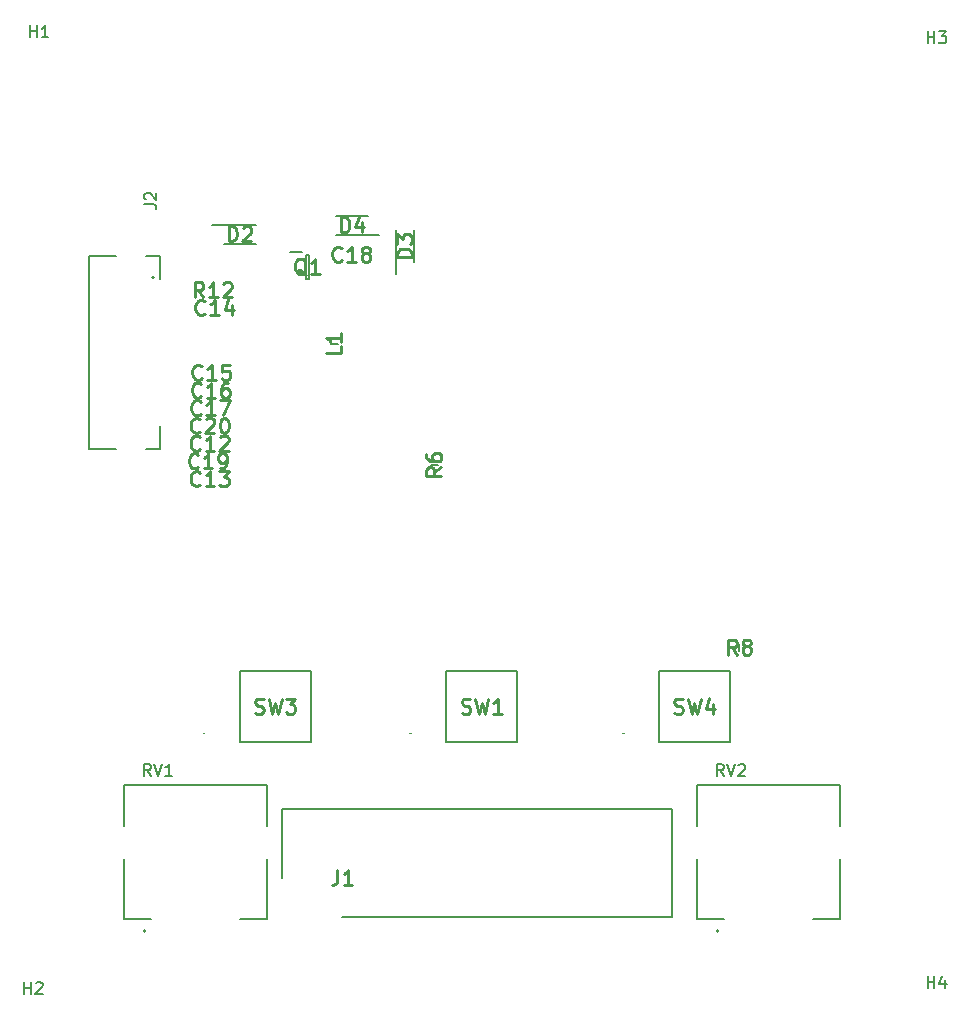
<source format=gbr>
%TF.GenerationSoftware,KiCad,Pcbnew,9.0.6-1.fc43*%
%TF.CreationDate,2025-12-17T22:37:06-05:00*%
%TF.ProjectId,electrical,656c6563-7472-4696-9361-6c2e6b696361,rev?*%
%TF.SameCoordinates,Original*%
%TF.FileFunction,Legend,Top*%
%TF.FilePolarity,Positive*%
%FSLAX46Y46*%
G04 Gerber Fmt 4.6, Leading zero omitted, Abs format (unit mm)*
G04 Created by KiCad (PCBNEW 9.0.6-1.fc43) date 2025-12-17 22:37:06*
%MOMM*%
%LPD*%
G01*
G04 APERTURE LIST*
%ADD10C,0.254000*%
%ADD11C,0.150000*%
%ADD12C,0.200000*%
%ADD13C,0.127000*%
%ADD14C,0.100000*%
G04 APERTURE END LIST*
D10*
X131533571Y-81703365D02*
X131473095Y-81763842D01*
X131473095Y-81763842D02*
X131291666Y-81824318D01*
X131291666Y-81824318D02*
X131170714Y-81824318D01*
X131170714Y-81824318D02*
X130989285Y-81763842D01*
X130989285Y-81763842D02*
X130868333Y-81642889D01*
X130868333Y-81642889D02*
X130807856Y-81521937D01*
X130807856Y-81521937D02*
X130747380Y-81280032D01*
X130747380Y-81280032D02*
X130747380Y-81098603D01*
X130747380Y-81098603D02*
X130807856Y-80856699D01*
X130807856Y-80856699D02*
X130868333Y-80735746D01*
X130868333Y-80735746D02*
X130989285Y-80614794D01*
X130989285Y-80614794D02*
X131170714Y-80554318D01*
X131170714Y-80554318D02*
X131291666Y-80554318D01*
X131291666Y-80554318D02*
X131473095Y-80614794D01*
X131473095Y-80614794D02*
X131533571Y-80675270D01*
X132743095Y-81824318D02*
X132017380Y-81824318D01*
X132380237Y-81824318D02*
X132380237Y-80554318D01*
X132380237Y-80554318D02*
X132259285Y-80735746D01*
X132259285Y-80735746D02*
X132138333Y-80856699D01*
X132138333Y-80856699D02*
X132017380Y-80917175D01*
X133831666Y-80977651D02*
X133831666Y-81824318D01*
X133529285Y-80493842D02*
X133226904Y-81400984D01*
X133226904Y-81400984D02*
X134013095Y-81400984D01*
X143062618Y-74824318D02*
X143062618Y-73554318D01*
X143062618Y-73554318D02*
X143364999Y-73554318D01*
X143364999Y-73554318D02*
X143546428Y-73614794D01*
X143546428Y-73614794D02*
X143667380Y-73735746D01*
X143667380Y-73735746D02*
X143727857Y-73856699D01*
X143727857Y-73856699D02*
X143788333Y-74098603D01*
X143788333Y-74098603D02*
X143788333Y-74280032D01*
X143788333Y-74280032D02*
X143727857Y-74521937D01*
X143727857Y-74521937D02*
X143667380Y-74642889D01*
X143667380Y-74642889D02*
X143546428Y-74763842D01*
X143546428Y-74763842D02*
X143364999Y-74824318D01*
X143364999Y-74824318D02*
X143062618Y-74824318D01*
X144876904Y-73977651D02*
X144876904Y-74824318D01*
X144574523Y-73493842D02*
X144272142Y-74400984D01*
X144272142Y-74400984D02*
X145058333Y-74400984D01*
X140129047Y-78445270D02*
X140008095Y-78384794D01*
X140008095Y-78384794D02*
X139887142Y-78263842D01*
X139887142Y-78263842D02*
X139705714Y-78082413D01*
X139705714Y-78082413D02*
X139584761Y-78021937D01*
X139584761Y-78021937D02*
X139463809Y-78021937D01*
X139524285Y-78324318D02*
X139403333Y-78263842D01*
X139403333Y-78263842D02*
X139282380Y-78142889D01*
X139282380Y-78142889D02*
X139221904Y-77900984D01*
X139221904Y-77900984D02*
X139221904Y-77477651D01*
X139221904Y-77477651D02*
X139282380Y-77235746D01*
X139282380Y-77235746D02*
X139403333Y-77114794D01*
X139403333Y-77114794D02*
X139524285Y-77054318D01*
X139524285Y-77054318D02*
X139766190Y-77054318D01*
X139766190Y-77054318D02*
X139887142Y-77114794D01*
X139887142Y-77114794D02*
X140008095Y-77235746D01*
X140008095Y-77235746D02*
X140068571Y-77477651D01*
X140068571Y-77477651D02*
X140068571Y-77900984D01*
X140068571Y-77900984D02*
X140008095Y-78142889D01*
X140008095Y-78142889D02*
X139887142Y-78263842D01*
X139887142Y-78263842D02*
X139766190Y-78324318D01*
X139766190Y-78324318D02*
X139524285Y-78324318D01*
X141278095Y-78324318D02*
X140552380Y-78324318D01*
X140915237Y-78324318D02*
X140915237Y-77054318D01*
X140915237Y-77054318D02*
X140794285Y-77235746D01*
X140794285Y-77235746D02*
X140673333Y-77356699D01*
X140673333Y-77356699D02*
X140552380Y-77417175D01*
X142756667Y-128804318D02*
X142756667Y-129711461D01*
X142756667Y-129711461D02*
X142696190Y-129892889D01*
X142696190Y-129892889D02*
X142575238Y-130013842D01*
X142575238Y-130013842D02*
X142393809Y-130074318D01*
X142393809Y-130074318D02*
X142272857Y-130074318D01*
X144026667Y-130074318D02*
X143300952Y-130074318D01*
X143663809Y-130074318D02*
X143663809Y-128804318D01*
X143663809Y-128804318D02*
X143542857Y-128985746D01*
X143542857Y-128985746D02*
X143421905Y-129106699D01*
X143421905Y-129106699D02*
X143300952Y-129167175D01*
D11*
X126439819Y-72458333D02*
X127154104Y-72458333D01*
X127154104Y-72458333D02*
X127296961Y-72505952D01*
X127296961Y-72505952D02*
X127392200Y-72601190D01*
X127392200Y-72601190D02*
X127439819Y-72744047D01*
X127439819Y-72744047D02*
X127439819Y-72839285D01*
X126535057Y-72029761D02*
X126487438Y-71982142D01*
X126487438Y-71982142D02*
X126439819Y-71886904D01*
X126439819Y-71886904D02*
X126439819Y-71648809D01*
X126439819Y-71648809D02*
X126487438Y-71553571D01*
X126487438Y-71553571D02*
X126535057Y-71505952D01*
X126535057Y-71505952D02*
X126630295Y-71458333D01*
X126630295Y-71458333D02*
X126725533Y-71458333D01*
X126725533Y-71458333D02*
X126868390Y-71505952D01*
X126868390Y-71505952D02*
X127439819Y-72077380D01*
X127439819Y-72077380D02*
X127439819Y-71458333D01*
X126979761Y-120833819D02*
X126646428Y-120357628D01*
X126408333Y-120833819D02*
X126408333Y-119833819D01*
X126408333Y-119833819D02*
X126789285Y-119833819D01*
X126789285Y-119833819D02*
X126884523Y-119881438D01*
X126884523Y-119881438D02*
X126932142Y-119929057D01*
X126932142Y-119929057D02*
X126979761Y-120024295D01*
X126979761Y-120024295D02*
X126979761Y-120167152D01*
X126979761Y-120167152D02*
X126932142Y-120262390D01*
X126932142Y-120262390D02*
X126884523Y-120310009D01*
X126884523Y-120310009D02*
X126789285Y-120357628D01*
X126789285Y-120357628D02*
X126408333Y-120357628D01*
X127265476Y-119833819D02*
X127598809Y-120833819D01*
X127598809Y-120833819D02*
X127932142Y-119833819D01*
X128789285Y-120833819D02*
X128217857Y-120833819D01*
X128503571Y-120833819D02*
X128503571Y-119833819D01*
X128503571Y-119833819D02*
X128408333Y-119976676D01*
X128408333Y-119976676D02*
X128313095Y-120071914D01*
X128313095Y-120071914D02*
X128217857Y-120119533D01*
X175479761Y-120858819D02*
X175146428Y-120382628D01*
X174908333Y-120858819D02*
X174908333Y-119858819D01*
X174908333Y-119858819D02*
X175289285Y-119858819D01*
X175289285Y-119858819D02*
X175384523Y-119906438D01*
X175384523Y-119906438D02*
X175432142Y-119954057D01*
X175432142Y-119954057D02*
X175479761Y-120049295D01*
X175479761Y-120049295D02*
X175479761Y-120192152D01*
X175479761Y-120192152D02*
X175432142Y-120287390D01*
X175432142Y-120287390D02*
X175384523Y-120335009D01*
X175384523Y-120335009D02*
X175289285Y-120382628D01*
X175289285Y-120382628D02*
X174908333Y-120382628D01*
X175765476Y-119858819D02*
X176098809Y-120858819D01*
X176098809Y-120858819D02*
X176432142Y-119858819D01*
X176717857Y-119954057D02*
X176765476Y-119906438D01*
X176765476Y-119906438D02*
X176860714Y-119858819D01*
X176860714Y-119858819D02*
X177098809Y-119858819D01*
X177098809Y-119858819D02*
X177194047Y-119906438D01*
X177194047Y-119906438D02*
X177241666Y-119954057D01*
X177241666Y-119954057D02*
X177289285Y-120049295D01*
X177289285Y-120049295D02*
X177289285Y-120144533D01*
X177289285Y-120144533D02*
X177241666Y-120287390D01*
X177241666Y-120287390D02*
X176670238Y-120858819D01*
X176670238Y-120858819D02*
X177289285Y-120858819D01*
D10*
X131283571Y-87203365D02*
X131223095Y-87263842D01*
X131223095Y-87263842D02*
X131041666Y-87324318D01*
X131041666Y-87324318D02*
X130920714Y-87324318D01*
X130920714Y-87324318D02*
X130739285Y-87263842D01*
X130739285Y-87263842D02*
X130618333Y-87142889D01*
X130618333Y-87142889D02*
X130557856Y-87021937D01*
X130557856Y-87021937D02*
X130497380Y-86780032D01*
X130497380Y-86780032D02*
X130497380Y-86598603D01*
X130497380Y-86598603D02*
X130557856Y-86356699D01*
X130557856Y-86356699D02*
X130618333Y-86235746D01*
X130618333Y-86235746D02*
X130739285Y-86114794D01*
X130739285Y-86114794D02*
X130920714Y-86054318D01*
X130920714Y-86054318D02*
X131041666Y-86054318D01*
X131041666Y-86054318D02*
X131223095Y-86114794D01*
X131223095Y-86114794D02*
X131283571Y-86175270D01*
X132493095Y-87324318D02*
X131767380Y-87324318D01*
X132130237Y-87324318D02*
X132130237Y-86054318D01*
X132130237Y-86054318D02*
X132009285Y-86235746D01*
X132009285Y-86235746D02*
X131888333Y-86356699D01*
X131888333Y-86356699D02*
X131767380Y-86417175D01*
X133642142Y-86054318D02*
X133037380Y-86054318D01*
X133037380Y-86054318D02*
X132976904Y-86659080D01*
X132976904Y-86659080D02*
X133037380Y-86598603D01*
X133037380Y-86598603D02*
X133158333Y-86538127D01*
X133158333Y-86538127D02*
X133460714Y-86538127D01*
X133460714Y-86538127D02*
X133581666Y-86598603D01*
X133581666Y-86598603D02*
X133642142Y-86659080D01*
X133642142Y-86659080D02*
X133702619Y-86780032D01*
X133702619Y-86780032D02*
X133702619Y-87082413D01*
X133702619Y-87082413D02*
X133642142Y-87203365D01*
X133642142Y-87203365D02*
X133581666Y-87263842D01*
X133581666Y-87263842D02*
X133460714Y-87324318D01*
X133460714Y-87324318D02*
X133158333Y-87324318D01*
X133158333Y-87324318D02*
X133037380Y-87263842D01*
X133037380Y-87263842D02*
X132976904Y-87203365D01*
X131133571Y-91703365D02*
X131073095Y-91763842D01*
X131073095Y-91763842D02*
X130891666Y-91824318D01*
X130891666Y-91824318D02*
X130770714Y-91824318D01*
X130770714Y-91824318D02*
X130589285Y-91763842D01*
X130589285Y-91763842D02*
X130468333Y-91642889D01*
X130468333Y-91642889D02*
X130407856Y-91521937D01*
X130407856Y-91521937D02*
X130347380Y-91280032D01*
X130347380Y-91280032D02*
X130347380Y-91098603D01*
X130347380Y-91098603D02*
X130407856Y-90856699D01*
X130407856Y-90856699D02*
X130468333Y-90735746D01*
X130468333Y-90735746D02*
X130589285Y-90614794D01*
X130589285Y-90614794D02*
X130770714Y-90554318D01*
X130770714Y-90554318D02*
X130891666Y-90554318D01*
X130891666Y-90554318D02*
X131073095Y-90614794D01*
X131073095Y-90614794D02*
X131133571Y-90675270D01*
X131617380Y-90675270D02*
X131677856Y-90614794D01*
X131677856Y-90614794D02*
X131798809Y-90554318D01*
X131798809Y-90554318D02*
X132101190Y-90554318D01*
X132101190Y-90554318D02*
X132222142Y-90614794D01*
X132222142Y-90614794D02*
X132282618Y-90675270D01*
X132282618Y-90675270D02*
X132343095Y-90796222D01*
X132343095Y-90796222D02*
X132343095Y-90917175D01*
X132343095Y-90917175D02*
X132282618Y-91098603D01*
X132282618Y-91098603D02*
X131556904Y-91824318D01*
X131556904Y-91824318D02*
X132343095Y-91824318D01*
X133129285Y-90554318D02*
X133250238Y-90554318D01*
X133250238Y-90554318D02*
X133371190Y-90614794D01*
X133371190Y-90614794D02*
X133431666Y-90675270D01*
X133431666Y-90675270D02*
X133492142Y-90796222D01*
X133492142Y-90796222D02*
X133552619Y-91038127D01*
X133552619Y-91038127D02*
X133552619Y-91340508D01*
X133552619Y-91340508D02*
X133492142Y-91582413D01*
X133492142Y-91582413D02*
X133431666Y-91703365D01*
X133431666Y-91703365D02*
X133371190Y-91763842D01*
X133371190Y-91763842D02*
X133250238Y-91824318D01*
X133250238Y-91824318D02*
X133129285Y-91824318D01*
X133129285Y-91824318D02*
X133008333Y-91763842D01*
X133008333Y-91763842D02*
X132947857Y-91703365D01*
X132947857Y-91703365D02*
X132887380Y-91582413D01*
X132887380Y-91582413D02*
X132826904Y-91340508D01*
X132826904Y-91340508D02*
X132826904Y-91038127D01*
X132826904Y-91038127D02*
X132887380Y-90796222D01*
X132887380Y-90796222D02*
X132947857Y-90675270D01*
X132947857Y-90675270D02*
X133008333Y-90614794D01*
X133008333Y-90614794D02*
X133129285Y-90554318D01*
X143074318Y-84461666D02*
X143074318Y-85066428D01*
X143074318Y-85066428D02*
X141804318Y-85066428D01*
X143074318Y-83373094D02*
X143074318Y-84098809D01*
X143074318Y-83735952D02*
X141804318Y-83735952D01*
X141804318Y-83735952D02*
X141985746Y-83856904D01*
X141985746Y-83856904D02*
X142106699Y-83977856D01*
X142106699Y-83977856D02*
X142167175Y-84098809D01*
X133562618Y-75574318D02*
X133562618Y-74304318D01*
X133562618Y-74304318D02*
X133864999Y-74304318D01*
X133864999Y-74304318D02*
X134046428Y-74364794D01*
X134046428Y-74364794D02*
X134167380Y-74485746D01*
X134167380Y-74485746D02*
X134227857Y-74606699D01*
X134227857Y-74606699D02*
X134288333Y-74848603D01*
X134288333Y-74848603D02*
X134288333Y-75030032D01*
X134288333Y-75030032D02*
X134227857Y-75271937D01*
X134227857Y-75271937D02*
X134167380Y-75392889D01*
X134167380Y-75392889D02*
X134046428Y-75513842D01*
X134046428Y-75513842D02*
X133864999Y-75574318D01*
X133864999Y-75574318D02*
X133562618Y-75574318D01*
X134772142Y-74425270D02*
X134832618Y-74364794D01*
X134832618Y-74364794D02*
X134953571Y-74304318D01*
X134953571Y-74304318D02*
X135255952Y-74304318D01*
X135255952Y-74304318D02*
X135376904Y-74364794D01*
X135376904Y-74364794D02*
X135437380Y-74425270D01*
X135437380Y-74425270D02*
X135497857Y-74546222D01*
X135497857Y-74546222D02*
X135497857Y-74667175D01*
X135497857Y-74667175D02*
X135437380Y-74848603D01*
X135437380Y-74848603D02*
X134711666Y-75574318D01*
X134711666Y-75574318D02*
X135497857Y-75574318D01*
D11*
X192738095Y-58804819D02*
X192738095Y-57804819D01*
X192738095Y-58281009D02*
X193309523Y-58281009D01*
X193309523Y-58804819D02*
X193309523Y-57804819D01*
X193690476Y-57804819D02*
X194309523Y-57804819D01*
X194309523Y-57804819D02*
X193976190Y-58185771D01*
X193976190Y-58185771D02*
X194119047Y-58185771D01*
X194119047Y-58185771D02*
X194214285Y-58233390D01*
X194214285Y-58233390D02*
X194261904Y-58281009D01*
X194261904Y-58281009D02*
X194309523Y-58376247D01*
X194309523Y-58376247D02*
X194309523Y-58614342D01*
X194309523Y-58614342D02*
X194261904Y-58709580D01*
X194261904Y-58709580D02*
X194214285Y-58757200D01*
X194214285Y-58757200D02*
X194119047Y-58804819D01*
X194119047Y-58804819D02*
X193833333Y-58804819D01*
X193833333Y-58804819D02*
X193738095Y-58757200D01*
X193738095Y-58757200D02*
X193690476Y-58709580D01*
D10*
X131183571Y-90203365D02*
X131123095Y-90263842D01*
X131123095Y-90263842D02*
X130941666Y-90324318D01*
X130941666Y-90324318D02*
X130820714Y-90324318D01*
X130820714Y-90324318D02*
X130639285Y-90263842D01*
X130639285Y-90263842D02*
X130518333Y-90142889D01*
X130518333Y-90142889D02*
X130457856Y-90021937D01*
X130457856Y-90021937D02*
X130397380Y-89780032D01*
X130397380Y-89780032D02*
X130397380Y-89598603D01*
X130397380Y-89598603D02*
X130457856Y-89356699D01*
X130457856Y-89356699D02*
X130518333Y-89235746D01*
X130518333Y-89235746D02*
X130639285Y-89114794D01*
X130639285Y-89114794D02*
X130820714Y-89054318D01*
X130820714Y-89054318D02*
X130941666Y-89054318D01*
X130941666Y-89054318D02*
X131123095Y-89114794D01*
X131123095Y-89114794D02*
X131183571Y-89175270D01*
X132393095Y-90324318D02*
X131667380Y-90324318D01*
X132030237Y-90324318D02*
X132030237Y-89054318D01*
X132030237Y-89054318D02*
X131909285Y-89235746D01*
X131909285Y-89235746D02*
X131788333Y-89356699D01*
X131788333Y-89356699D02*
X131667380Y-89417175D01*
X132816428Y-89054318D02*
X133663095Y-89054318D01*
X133663095Y-89054318D02*
X133118809Y-90324318D01*
X171306666Y-115513842D02*
X171488095Y-115574318D01*
X171488095Y-115574318D02*
X171790476Y-115574318D01*
X171790476Y-115574318D02*
X171911428Y-115513842D01*
X171911428Y-115513842D02*
X171971904Y-115453365D01*
X171971904Y-115453365D02*
X172032381Y-115332413D01*
X172032381Y-115332413D02*
X172032381Y-115211461D01*
X172032381Y-115211461D02*
X171971904Y-115090508D01*
X171971904Y-115090508D02*
X171911428Y-115030032D01*
X171911428Y-115030032D02*
X171790476Y-114969556D01*
X171790476Y-114969556D02*
X171548571Y-114909080D01*
X171548571Y-114909080D02*
X171427619Y-114848603D01*
X171427619Y-114848603D02*
X171367142Y-114788127D01*
X171367142Y-114788127D02*
X171306666Y-114667175D01*
X171306666Y-114667175D02*
X171306666Y-114546222D01*
X171306666Y-114546222D02*
X171367142Y-114425270D01*
X171367142Y-114425270D02*
X171427619Y-114364794D01*
X171427619Y-114364794D02*
X171548571Y-114304318D01*
X171548571Y-114304318D02*
X171850952Y-114304318D01*
X171850952Y-114304318D02*
X172032381Y-114364794D01*
X172455714Y-114304318D02*
X172758095Y-115574318D01*
X172758095Y-115574318D02*
X173000000Y-114667175D01*
X173000000Y-114667175D02*
X173241905Y-115574318D01*
X173241905Y-115574318D02*
X173544286Y-114304318D01*
X174572381Y-114727651D02*
X174572381Y-115574318D01*
X174270000Y-114243842D02*
X173967619Y-115150984D01*
X173967619Y-115150984D02*
X174753810Y-115150984D01*
X131133571Y-96203365D02*
X131073095Y-96263842D01*
X131073095Y-96263842D02*
X130891666Y-96324318D01*
X130891666Y-96324318D02*
X130770714Y-96324318D01*
X130770714Y-96324318D02*
X130589285Y-96263842D01*
X130589285Y-96263842D02*
X130468333Y-96142889D01*
X130468333Y-96142889D02*
X130407856Y-96021937D01*
X130407856Y-96021937D02*
X130347380Y-95780032D01*
X130347380Y-95780032D02*
X130347380Y-95598603D01*
X130347380Y-95598603D02*
X130407856Y-95356699D01*
X130407856Y-95356699D02*
X130468333Y-95235746D01*
X130468333Y-95235746D02*
X130589285Y-95114794D01*
X130589285Y-95114794D02*
X130770714Y-95054318D01*
X130770714Y-95054318D02*
X130891666Y-95054318D01*
X130891666Y-95054318D02*
X131073095Y-95114794D01*
X131073095Y-95114794D02*
X131133571Y-95175270D01*
X132343095Y-96324318D02*
X131617380Y-96324318D01*
X131980237Y-96324318D02*
X131980237Y-95054318D01*
X131980237Y-95054318D02*
X131859285Y-95235746D01*
X131859285Y-95235746D02*
X131738333Y-95356699D01*
X131738333Y-95356699D02*
X131617380Y-95417175D01*
X132766428Y-95054318D02*
X133552619Y-95054318D01*
X133552619Y-95054318D02*
X133129285Y-95538127D01*
X133129285Y-95538127D02*
X133310714Y-95538127D01*
X133310714Y-95538127D02*
X133431666Y-95598603D01*
X133431666Y-95598603D02*
X133492142Y-95659080D01*
X133492142Y-95659080D02*
X133552619Y-95780032D01*
X133552619Y-95780032D02*
X133552619Y-96082413D01*
X133552619Y-96082413D02*
X133492142Y-96203365D01*
X133492142Y-96203365D02*
X133431666Y-96263842D01*
X133431666Y-96263842D02*
X133310714Y-96324318D01*
X133310714Y-96324318D02*
X132947857Y-96324318D01*
X132947857Y-96324318D02*
X132826904Y-96263842D01*
X132826904Y-96263842D02*
X132766428Y-96203365D01*
X130983571Y-94703365D02*
X130923095Y-94763842D01*
X130923095Y-94763842D02*
X130741666Y-94824318D01*
X130741666Y-94824318D02*
X130620714Y-94824318D01*
X130620714Y-94824318D02*
X130439285Y-94763842D01*
X130439285Y-94763842D02*
X130318333Y-94642889D01*
X130318333Y-94642889D02*
X130257856Y-94521937D01*
X130257856Y-94521937D02*
X130197380Y-94280032D01*
X130197380Y-94280032D02*
X130197380Y-94098603D01*
X130197380Y-94098603D02*
X130257856Y-93856699D01*
X130257856Y-93856699D02*
X130318333Y-93735746D01*
X130318333Y-93735746D02*
X130439285Y-93614794D01*
X130439285Y-93614794D02*
X130620714Y-93554318D01*
X130620714Y-93554318D02*
X130741666Y-93554318D01*
X130741666Y-93554318D02*
X130923095Y-93614794D01*
X130923095Y-93614794D02*
X130983571Y-93675270D01*
X132193095Y-94824318D02*
X131467380Y-94824318D01*
X131830237Y-94824318D02*
X131830237Y-93554318D01*
X131830237Y-93554318D02*
X131709285Y-93735746D01*
X131709285Y-93735746D02*
X131588333Y-93856699D01*
X131588333Y-93856699D02*
X131467380Y-93917175D01*
X132797857Y-94824318D02*
X133039761Y-94824318D01*
X133039761Y-94824318D02*
X133160714Y-94763842D01*
X133160714Y-94763842D02*
X133221190Y-94703365D01*
X133221190Y-94703365D02*
X133342142Y-94521937D01*
X133342142Y-94521937D02*
X133402619Y-94280032D01*
X133402619Y-94280032D02*
X133402619Y-93796222D01*
X133402619Y-93796222D02*
X133342142Y-93675270D01*
X133342142Y-93675270D02*
X133281666Y-93614794D01*
X133281666Y-93614794D02*
X133160714Y-93554318D01*
X133160714Y-93554318D02*
X132918809Y-93554318D01*
X132918809Y-93554318D02*
X132797857Y-93614794D01*
X132797857Y-93614794D02*
X132737380Y-93675270D01*
X132737380Y-93675270D02*
X132676904Y-93796222D01*
X132676904Y-93796222D02*
X132676904Y-94098603D01*
X132676904Y-94098603D02*
X132737380Y-94219556D01*
X132737380Y-94219556D02*
X132797857Y-94280032D01*
X132797857Y-94280032D02*
X132918809Y-94340508D01*
X132918809Y-94340508D02*
X133160714Y-94340508D01*
X133160714Y-94340508D02*
X133281666Y-94280032D01*
X133281666Y-94280032D02*
X133342142Y-94219556D01*
X133342142Y-94219556D02*
X133402619Y-94098603D01*
X131433571Y-80324318D02*
X131010237Y-79719556D01*
X130707856Y-80324318D02*
X130707856Y-79054318D01*
X130707856Y-79054318D02*
X131191666Y-79054318D01*
X131191666Y-79054318D02*
X131312618Y-79114794D01*
X131312618Y-79114794D02*
X131373095Y-79175270D01*
X131373095Y-79175270D02*
X131433571Y-79296222D01*
X131433571Y-79296222D02*
X131433571Y-79477651D01*
X131433571Y-79477651D02*
X131373095Y-79598603D01*
X131373095Y-79598603D02*
X131312618Y-79659080D01*
X131312618Y-79659080D02*
X131191666Y-79719556D01*
X131191666Y-79719556D02*
X130707856Y-79719556D01*
X132643095Y-80324318D02*
X131917380Y-80324318D01*
X132280237Y-80324318D02*
X132280237Y-79054318D01*
X132280237Y-79054318D02*
X132159285Y-79235746D01*
X132159285Y-79235746D02*
X132038333Y-79356699D01*
X132038333Y-79356699D02*
X131917380Y-79417175D01*
X133126904Y-79175270D02*
X133187380Y-79114794D01*
X133187380Y-79114794D02*
X133308333Y-79054318D01*
X133308333Y-79054318D02*
X133610714Y-79054318D01*
X133610714Y-79054318D02*
X133731666Y-79114794D01*
X133731666Y-79114794D02*
X133792142Y-79175270D01*
X133792142Y-79175270D02*
X133852619Y-79296222D01*
X133852619Y-79296222D02*
X133852619Y-79417175D01*
X133852619Y-79417175D02*
X133792142Y-79598603D01*
X133792142Y-79598603D02*
X133066428Y-80324318D01*
X133066428Y-80324318D02*
X133852619Y-80324318D01*
X151574318Y-94711666D02*
X150969556Y-95135000D01*
X151574318Y-95437381D02*
X150304318Y-95437381D01*
X150304318Y-95437381D02*
X150304318Y-94953571D01*
X150304318Y-94953571D02*
X150364794Y-94832619D01*
X150364794Y-94832619D02*
X150425270Y-94772142D01*
X150425270Y-94772142D02*
X150546222Y-94711666D01*
X150546222Y-94711666D02*
X150727651Y-94711666D01*
X150727651Y-94711666D02*
X150848603Y-94772142D01*
X150848603Y-94772142D02*
X150909080Y-94832619D01*
X150909080Y-94832619D02*
X150969556Y-94953571D01*
X150969556Y-94953571D02*
X150969556Y-95437381D01*
X150304318Y-93623095D02*
X150304318Y-93865000D01*
X150304318Y-93865000D02*
X150364794Y-93985952D01*
X150364794Y-93985952D02*
X150425270Y-94046428D01*
X150425270Y-94046428D02*
X150606699Y-94167381D01*
X150606699Y-94167381D02*
X150848603Y-94227857D01*
X150848603Y-94227857D02*
X151332413Y-94227857D01*
X151332413Y-94227857D02*
X151453365Y-94167381D01*
X151453365Y-94167381D02*
X151513842Y-94106904D01*
X151513842Y-94106904D02*
X151574318Y-93985952D01*
X151574318Y-93985952D02*
X151574318Y-93744047D01*
X151574318Y-93744047D02*
X151513842Y-93623095D01*
X151513842Y-93623095D02*
X151453365Y-93562619D01*
X151453365Y-93562619D02*
X151332413Y-93502142D01*
X151332413Y-93502142D02*
X151030032Y-93502142D01*
X151030032Y-93502142D02*
X150909080Y-93562619D01*
X150909080Y-93562619D02*
X150848603Y-93623095D01*
X150848603Y-93623095D02*
X150788127Y-93744047D01*
X150788127Y-93744047D02*
X150788127Y-93985952D01*
X150788127Y-93985952D02*
X150848603Y-94106904D01*
X150848603Y-94106904D02*
X150909080Y-94167381D01*
X150909080Y-94167381D02*
X151030032Y-94227857D01*
D11*
X192738095Y-138804819D02*
X192738095Y-137804819D01*
X192738095Y-138281009D02*
X193309523Y-138281009D01*
X193309523Y-138804819D02*
X193309523Y-137804819D01*
X194214285Y-138138152D02*
X194214285Y-138804819D01*
X193976190Y-137757200D02*
X193738095Y-138471485D01*
X193738095Y-138471485D02*
X194357142Y-138471485D01*
D10*
X153306666Y-115513842D02*
X153488095Y-115574318D01*
X153488095Y-115574318D02*
X153790476Y-115574318D01*
X153790476Y-115574318D02*
X153911428Y-115513842D01*
X153911428Y-115513842D02*
X153971904Y-115453365D01*
X153971904Y-115453365D02*
X154032381Y-115332413D01*
X154032381Y-115332413D02*
X154032381Y-115211461D01*
X154032381Y-115211461D02*
X153971904Y-115090508D01*
X153971904Y-115090508D02*
X153911428Y-115030032D01*
X153911428Y-115030032D02*
X153790476Y-114969556D01*
X153790476Y-114969556D02*
X153548571Y-114909080D01*
X153548571Y-114909080D02*
X153427619Y-114848603D01*
X153427619Y-114848603D02*
X153367142Y-114788127D01*
X153367142Y-114788127D02*
X153306666Y-114667175D01*
X153306666Y-114667175D02*
X153306666Y-114546222D01*
X153306666Y-114546222D02*
X153367142Y-114425270D01*
X153367142Y-114425270D02*
X153427619Y-114364794D01*
X153427619Y-114364794D02*
X153548571Y-114304318D01*
X153548571Y-114304318D02*
X153850952Y-114304318D01*
X153850952Y-114304318D02*
X154032381Y-114364794D01*
X154455714Y-114304318D02*
X154758095Y-115574318D01*
X154758095Y-115574318D02*
X155000000Y-114667175D01*
X155000000Y-114667175D02*
X155241905Y-115574318D01*
X155241905Y-115574318D02*
X155544286Y-114304318D01*
X156693334Y-115574318D02*
X155967619Y-115574318D01*
X156330476Y-115574318D02*
X156330476Y-114304318D01*
X156330476Y-114304318D02*
X156209524Y-114485746D01*
X156209524Y-114485746D02*
X156088572Y-114606699D01*
X156088572Y-114606699D02*
X155967619Y-114667175D01*
D11*
X116738095Y-58304819D02*
X116738095Y-57304819D01*
X116738095Y-57781009D02*
X117309523Y-57781009D01*
X117309523Y-58304819D02*
X117309523Y-57304819D01*
X118309523Y-58304819D02*
X117738095Y-58304819D01*
X118023809Y-58304819D02*
X118023809Y-57304819D01*
X118023809Y-57304819D02*
X117928571Y-57447676D01*
X117928571Y-57447676D02*
X117833333Y-57542914D01*
X117833333Y-57542914D02*
X117738095Y-57590533D01*
D10*
X131233571Y-88703365D02*
X131173095Y-88763842D01*
X131173095Y-88763842D02*
X130991666Y-88824318D01*
X130991666Y-88824318D02*
X130870714Y-88824318D01*
X130870714Y-88824318D02*
X130689285Y-88763842D01*
X130689285Y-88763842D02*
X130568333Y-88642889D01*
X130568333Y-88642889D02*
X130507856Y-88521937D01*
X130507856Y-88521937D02*
X130447380Y-88280032D01*
X130447380Y-88280032D02*
X130447380Y-88098603D01*
X130447380Y-88098603D02*
X130507856Y-87856699D01*
X130507856Y-87856699D02*
X130568333Y-87735746D01*
X130568333Y-87735746D02*
X130689285Y-87614794D01*
X130689285Y-87614794D02*
X130870714Y-87554318D01*
X130870714Y-87554318D02*
X130991666Y-87554318D01*
X130991666Y-87554318D02*
X131173095Y-87614794D01*
X131173095Y-87614794D02*
X131233571Y-87675270D01*
X132443095Y-88824318D02*
X131717380Y-88824318D01*
X132080237Y-88824318D02*
X132080237Y-87554318D01*
X132080237Y-87554318D02*
X131959285Y-87735746D01*
X131959285Y-87735746D02*
X131838333Y-87856699D01*
X131838333Y-87856699D02*
X131717380Y-87917175D01*
X133531666Y-87554318D02*
X133289761Y-87554318D01*
X133289761Y-87554318D02*
X133168809Y-87614794D01*
X133168809Y-87614794D02*
X133108333Y-87675270D01*
X133108333Y-87675270D02*
X132987380Y-87856699D01*
X132987380Y-87856699D02*
X132926904Y-88098603D01*
X132926904Y-88098603D02*
X132926904Y-88582413D01*
X132926904Y-88582413D02*
X132987380Y-88703365D01*
X132987380Y-88703365D02*
X133047857Y-88763842D01*
X133047857Y-88763842D02*
X133168809Y-88824318D01*
X133168809Y-88824318D02*
X133410714Y-88824318D01*
X133410714Y-88824318D02*
X133531666Y-88763842D01*
X133531666Y-88763842D02*
X133592142Y-88703365D01*
X133592142Y-88703365D02*
X133652619Y-88582413D01*
X133652619Y-88582413D02*
X133652619Y-88280032D01*
X133652619Y-88280032D02*
X133592142Y-88159080D01*
X133592142Y-88159080D02*
X133531666Y-88098603D01*
X133531666Y-88098603D02*
X133410714Y-88038127D01*
X133410714Y-88038127D02*
X133168809Y-88038127D01*
X133168809Y-88038127D02*
X133047857Y-88098603D01*
X133047857Y-88098603D02*
X132987380Y-88159080D01*
X132987380Y-88159080D02*
X132926904Y-88280032D01*
X135806666Y-115513842D02*
X135988095Y-115574318D01*
X135988095Y-115574318D02*
X136290476Y-115574318D01*
X136290476Y-115574318D02*
X136411428Y-115513842D01*
X136411428Y-115513842D02*
X136471904Y-115453365D01*
X136471904Y-115453365D02*
X136532381Y-115332413D01*
X136532381Y-115332413D02*
X136532381Y-115211461D01*
X136532381Y-115211461D02*
X136471904Y-115090508D01*
X136471904Y-115090508D02*
X136411428Y-115030032D01*
X136411428Y-115030032D02*
X136290476Y-114969556D01*
X136290476Y-114969556D02*
X136048571Y-114909080D01*
X136048571Y-114909080D02*
X135927619Y-114848603D01*
X135927619Y-114848603D02*
X135867142Y-114788127D01*
X135867142Y-114788127D02*
X135806666Y-114667175D01*
X135806666Y-114667175D02*
X135806666Y-114546222D01*
X135806666Y-114546222D02*
X135867142Y-114425270D01*
X135867142Y-114425270D02*
X135927619Y-114364794D01*
X135927619Y-114364794D02*
X136048571Y-114304318D01*
X136048571Y-114304318D02*
X136350952Y-114304318D01*
X136350952Y-114304318D02*
X136532381Y-114364794D01*
X136955714Y-114304318D02*
X137258095Y-115574318D01*
X137258095Y-115574318D02*
X137500000Y-114667175D01*
X137500000Y-114667175D02*
X137741905Y-115574318D01*
X137741905Y-115574318D02*
X138044286Y-114304318D01*
X138407143Y-114304318D02*
X139193334Y-114304318D01*
X139193334Y-114304318D02*
X138770000Y-114788127D01*
X138770000Y-114788127D02*
X138951429Y-114788127D01*
X138951429Y-114788127D02*
X139072381Y-114848603D01*
X139072381Y-114848603D02*
X139132857Y-114909080D01*
X139132857Y-114909080D02*
X139193334Y-115030032D01*
X139193334Y-115030032D02*
X139193334Y-115332413D01*
X139193334Y-115332413D02*
X139132857Y-115453365D01*
X139132857Y-115453365D02*
X139072381Y-115513842D01*
X139072381Y-115513842D02*
X138951429Y-115574318D01*
X138951429Y-115574318D02*
X138588572Y-115574318D01*
X138588572Y-115574318D02*
X138467619Y-115513842D01*
X138467619Y-115513842D02*
X138407143Y-115453365D01*
X131133571Y-93203365D02*
X131073095Y-93263842D01*
X131073095Y-93263842D02*
X130891666Y-93324318D01*
X130891666Y-93324318D02*
X130770714Y-93324318D01*
X130770714Y-93324318D02*
X130589285Y-93263842D01*
X130589285Y-93263842D02*
X130468333Y-93142889D01*
X130468333Y-93142889D02*
X130407856Y-93021937D01*
X130407856Y-93021937D02*
X130347380Y-92780032D01*
X130347380Y-92780032D02*
X130347380Y-92598603D01*
X130347380Y-92598603D02*
X130407856Y-92356699D01*
X130407856Y-92356699D02*
X130468333Y-92235746D01*
X130468333Y-92235746D02*
X130589285Y-92114794D01*
X130589285Y-92114794D02*
X130770714Y-92054318D01*
X130770714Y-92054318D02*
X130891666Y-92054318D01*
X130891666Y-92054318D02*
X131073095Y-92114794D01*
X131073095Y-92114794D02*
X131133571Y-92175270D01*
X132343095Y-93324318D02*
X131617380Y-93324318D01*
X131980237Y-93324318D02*
X131980237Y-92054318D01*
X131980237Y-92054318D02*
X131859285Y-92235746D01*
X131859285Y-92235746D02*
X131738333Y-92356699D01*
X131738333Y-92356699D02*
X131617380Y-92417175D01*
X132826904Y-92175270D02*
X132887380Y-92114794D01*
X132887380Y-92114794D02*
X133008333Y-92054318D01*
X133008333Y-92054318D02*
X133310714Y-92054318D01*
X133310714Y-92054318D02*
X133431666Y-92114794D01*
X133431666Y-92114794D02*
X133492142Y-92175270D01*
X133492142Y-92175270D02*
X133552619Y-92296222D01*
X133552619Y-92296222D02*
X133552619Y-92417175D01*
X133552619Y-92417175D02*
X133492142Y-92598603D01*
X133492142Y-92598603D02*
X132766428Y-93324318D01*
X132766428Y-93324318D02*
X133552619Y-93324318D01*
X143133571Y-77203365D02*
X143073095Y-77263842D01*
X143073095Y-77263842D02*
X142891666Y-77324318D01*
X142891666Y-77324318D02*
X142770714Y-77324318D01*
X142770714Y-77324318D02*
X142589285Y-77263842D01*
X142589285Y-77263842D02*
X142468333Y-77142889D01*
X142468333Y-77142889D02*
X142407856Y-77021937D01*
X142407856Y-77021937D02*
X142347380Y-76780032D01*
X142347380Y-76780032D02*
X142347380Y-76598603D01*
X142347380Y-76598603D02*
X142407856Y-76356699D01*
X142407856Y-76356699D02*
X142468333Y-76235746D01*
X142468333Y-76235746D02*
X142589285Y-76114794D01*
X142589285Y-76114794D02*
X142770714Y-76054318D01*
X142770714Y-76054318D02*
X142891666Y-76054318D01*
X142891666Y-76054318D02*
X143073095Y-76114794D01*
X143073095Y-76114794D02*
X143133571Y-76175270D01*
X144343095Y-77324318D02*
X143617380Y-77324318D01*
X143980237Y-77324318D02*
X143980237Y-76054318D01*
X143980237Y-76054318D02*
X143859285Y-76235746D01*
X143859285Y-76235746D02*
X143738333Y-76356699D01*
X143738333Y-76356699D02*
X143617380Y-76417175D01*
X145068809Y-76598603D02*
X144947857Y-76538127D01*
X144947857Y-76538127D02*
X144887380Y-76477651D01*
X144887380Y-76477651D02*
X144826904Y-76356699D01*
X144826904Y-76356699D02*
X144826904Y-76296222D01*
X144826904Y-76296222D02*
X144887380Y-76175270D01*
X144887380Y-76175270D02*
X144947857Y-76114794D01*
X144947857Y-76114794D02*
X145068809Y-76054318D01*
X145068809Y-76054318D02*
X145310714Y-76054318D01*
X145310714Y-76054318D02*
X145431666Y-76114794D01*
X145431666Y-76114794D02*
X145492142Y-76175270D01*
X145492142Y-76175270D02*
X145552619Y-76296222D01*
X145552619Y-76296222D02*
X145552619Y-76356699D01*
X145552619Y-76356699D02*
X145492142Y-76477651D01*
X145492142Y-76477651D02*
X145431666Y-76538127D01*
X145431666Y-76538127D02*
X145310714Y-76598603D01*
X145310714Y-76598603D02*
X145068809Y-76598603D01*
X145068809Y-76598603D02*
X144947857Y-76659080D01*
X144947857Y-76659080D02*
X144887380Y-76719556D01*
X144887380Y-76719556D02*
X144826904Y-76840508D01*
X144826904Y-76840508D02*
X144826904Y-77082413D01*
X144826904Y-77082413D02*
X144887380Y-77203365D01*
X144887380Y-77203365D02*
X144947857Y-77263842D01*
X144947857Y-77263842D02*
X145068809Y-77324318D01*
X145068809Y-77324318D02*
X145310714Y-77324318D01*
X145310714Y-77324318D02*
X145431666Y-77263842D01*
X145431666Y-77263842D02*
X145492142Y-77203365D01*
X145492142Y-77203365D02*
X145552619Y-77082413D01*
X145552619Y-77082413D02*
X145552619Y-76840508D01*
X145552619Y-76840508D02*
X145492142Y-76719556D01*
X145492142Y-76719556D02*
X145431666Y-76659080D01*
X145431666Y-76659080D02*
X145310714Y-76598603D01*
X149074318Y-76937381D02*
X147804318Y-76937381D01*
X147804318Y-76937381D02*
X147804318Y-76635000D01*
X147804318Y-76635000D02*
X147864794Y-76453571D01*
X147864794Y-76453571D02*
X147985746Y-76332619D01*
X147985746Y-76332619D02*
X148106699Y-76272142D01*
X148106699Y-76272142D02*
X148348603Y-76211666D01*
X148348603Y-76211666D02*
X148530032Y-76211666D01*
X148530032Y-76211666D02*
X148771937Y-76272142D01*
X148771937Y-76272142D02*
X148892889Y-76332619D01*
X148892889Y-76332619D02*
X149013842Y-76453571D01*
X149013842Y-76453571D02*
X149074318Y-76635000D01*
X149074318Y-76635000D02*
X149074318Y-76937381D01*
X147804318Y-75788333D02*
X147804318Y-75002142D01*
X147804318Y-75002142D02*
X148288127Y-75425476D01*
X148288127Y-75425476D02*
X148288127Y-75244047D01*
X148288127Y-75244047D02*
X148348603Y-75123095D01*
X148348603Y-75123095D02*
X148409080Y-75062619D01*
X148409080Y-75062619D02*
X148530032Y-75002142D01*
X148530032Y-75002142D02*
X148832413Y-75002142D01*
X148832413Y-75002142D02*
X148953365Y-75062619D01*
X148953365Y-75062619D02*
X149013842Y-75123095D01*
X149013842Y-75123095D02*
X149074318Y-75244047D01*
X149074318Y-75244047D02*
X149074318Y-75606904D01*
X149074318Y-75606904D02*
X149013842Y-75727857D01*
X149013842Y-75727857D02*
X148953365Y-75788333D01*
X176588333Y-110574318D02*
X176164999Y-109969556D01*
X175862618Y-110574318D02*
X175862618Y-109304318D01*
X175862618Y-109304318D02*
X176346428Y-109304318D01*
X176346428Y-109304318D02*
X176467380Y-109364794D01*
X176467380Y-109364794D02*
X176527857Y-109425270D01*
X176527857Y-109425270D02*
X176588333Y-109546222D01*
X176588333Y-109546222D02*
X176588333Y-109727651D01*
X176588333Y-109727651D02*
X176527857Y-109848603D01*
X176527857Y-109848603D02*
X176467380Y-109909080D01*
X176467380Y-109909080D02*
X176346428Y-109969556D01*
X176346428Y-109969556D02*
X175862618Y-109969556D01*
X177314047Y-109848603D02*
X177193095Y-109788127D01*
X177193095Y-109788127D02*
X177132618Y-109727651D01*
X177132618Y-109727651D02*
X177072142Y-109606699D01*
X177072142Y-109606699D02*
X177072142Y-109546222D01*
X177072142Y-109546222D02*
X177132618Y-109425270D01*
X177132618Y-109425270D02*
X177193095Y-109364794D01*
X177193095Y-109364794D02*
X177314047Y-109304318D01*
X177314047Y-109304318D02*
X177555952Y-109304318D01*
X177555952Y-109304318D02*
X177676904Y-109364794D01*
X177676904Y-109364794D02*
X177737380Y-109425270D01*
X177737380Y-109425270D02*
X177797857Y-109546222D01*
X177797857Y-109546222D02*
X177797857Y-109606699D01*
X177797857Y-109606699D02*
X177737380Y-109727651D01*
X177737380Y-109727651D02*
X177676904Y-109788127D01*
X177676904Y-109788127D02*
X177555952Y-109848603D01*
X177555952Y-109848603D02*
X177314047Y-109848603D01*
X177314047Y-109848603D02*
X177193095Y-109909080D01*
X177193095Y-109909080D02*
X177132618Y-109969556D01*
X177132618Y-109969556D02*
X177072142Y-110090508D01*
X177072142Y-110090508D02*
X177072142Y-110332413D01*
X177072142Y-110332413D02*
X177132618Y-110453365D01*
X177132618Y-110453365D02*
X177193095Y-110513842D01*
X177193095Y-110513842D02*
X177314047Y-110574318D01*
X177314047Y-110574318D02*
X177555952Y-110574318D01*
X177555952Y-110574318D02*
X177676904Y-110513842D01*
X177676904Y-110513842D02*
X177737380Y-110453365D01*
X177737380Y-110453365D02*
X177797857Y-110332413D01*
X177797857Y-110332413D02*
X177797857Y-110090508D01*
X177797857Y-110090508D02*
X177737380Y-109969556D01*
X177737380Y-109969556D02*
X177676904Y-109909080D01*
X177676904Y-109909080D02*
X177555952Y-109848603D01*
D11*
X116238095Y-139304819D02*
X116238095Y-138304819D01*
X116238095Y-138781009D02*
X116809523Y-138781009D01*
X116809523Y-139304819D02*
X116809523Y-138304819D01*
X117238095Y-138400057D02*
X117285714Y-138352438D01*
X117285714Y-138352438D02*
X117380952Y-138304819D01*
X117380952Y-138304819D02*
X117619047Y-138304819D01*
X117619047Y-138304819D02*
X117714285Y-138352438D01*
X117714285Y-138352438D02*
X117761904Y-138400057D01*
X117761904Y-138400057D02*
X117809523Y-138495295D01*
X117809523Y-138495295D02*
X117809523Y-138590533D01*
X117809523Y-138590533D02*
X117761904Y-138733390D01*
X117761904Y-138733390D02*
X117190476Y-139304819D01*
X117190476Y-139304819D02*
X117809523Y-139304819D01*
D12*
%TO.C,D4*%
X145345000Y-73450000D02*
X142655000Y-73450000D01*
X146325000Y-75050000D02*
X142655000Y-75050000D01*
%TO.C,Q1*%
X138800000Y-76525000D02*
X139800000Y-76525000D01*
X140150000Y-76750000D02*
X140350000Y-76750000D01*
X140150000Y-78750000D02*
X140150000Y-76750000D01*
X140350000Y-76750000D02*
X140350000Y-78750000D01*
X140350000Y-78750000D02*
X140150000Y-78750000D01*
%TO.C,J1*%
X138100000Y-123658000D02*
X138100000Y-129500000D01*
X143180000Y-132802000D02*
X171120000Y-132802000D01*
X171120000Y-123658000D02*
X138100000Y-123658000D01*
X171120000Y-132802000D02*
X171120000Y-123658000D01*
%TO.C,J2*%
X121750000Y-76850000D02*
X121750000Y-93150000D01*
X121750000Y-93150000D02*
X124050000Y-93150000D01*
X124050000Y-76850000D02*
X121750000Y-76850000D01*
X127750000Y-76850000D02*
X126600000Y-76850000D01*
X127750000Y-78750000D02*
X127750000Y-76850000D01*
X127750000Y-91250000D02*
X127750000Y-93150000D01*
X127750000Y-93150000D02*
X126600000Y-93150000D01*
X127250000Y-78650000D02*
G75*
G02*
X127050000Y-78650000I-100000J0D01*
G01*
X127050000Y-78650000D02*
G75*
G02*
X127250000Y-78650000I100000J0D01*
G01*
D13*
%TO.C,RV1*%
X124700000Y-121625000D02*
X136800000Y-121625000D01*
X124700000Y-125075000D02*
X124700000Y-121625000D01*
X124700000Y-132975000D02*
X124700000Y-127875000D01*
X127000000Y-132975000D02*
X124700000Y-132975000D01*
X136800000Y-121625000D02*
X136800000Y-125075000D01*
X136800000Y-127875000D02*
X136800000Y-132975000D01*
X136800000Y-132975000D02*
X134500000Y-132975000D01*
D12*
X126550000Y-133975000D02*
G75*
G02*
X126350000Y-133975000I-100000J0D01*
G01*
X126350000Y-133975000D02*
G75*
G02*
X126550000Y-133975000I100000J0D01*
G01*
D13*
%TO.C,RV2*%
X173200000Y-121650000D02*
X185300000Y-121650000D01*
X173200000Y-125100000D02*
X173200000Y-121650000D01*
X173200000Y-133000000D02*
X173200000Y-127900000D01*
X175500000Y-133000000D02*
X173200000Y-133000000D01*
X185300000Y-121650000D02*
X185300000Y-125100000D01*
X185300000Y-127900000D02*
X185300000Y-133000000D01*
X185300000Y-133000000D02*
X183000000Y-133000000D01*
D12*
X175050000Y-134000000D02*
G75*
G02*
X174850000Y-134000000I-100000J0D01*
G01*
X174850000Y-134000000D02*
G75*
G02*
X175050000Y-134000000I100000J0D01*
G01*
%TO.C,L1*%
X142800000Y-84250000D02*
X142200000Y-84250000D01*
%TO.C,D2*%
X132175000Y-74200000D02*
X135845000Y-74200000D01*
X133155000Y-75800000D02*
X135845000Y-75800000D01*
D14*
%TO.C,SW4*%
X166900000Y-117250000D02*
X166900000Y-117250000D01*
X167000000Y-117250000D02*
X167000000Y-117250000D01*
D12*
X170000000Y-112000000D02*
X170000000Y-118000000D01*
X170000000Y-118000000D02*
X176000000Y-118000000D01*
X176000000Y-112000000D02*
X170000000Y-112000000D01*
X176000000Y-118000000D02*
X176000000Y-112000000D01*
D14*
X166900000Y-117250000D02*
G75*
G02*
X167000000Y-117250000I50000J0D01*
G01*
X167000000Y-117250000D02*
G75*
G02*
X166900000Y-117250000I-50000J0D01*
G01*
D12*
%TO.C,R12*%
X132250000Y-79450000D02*
X132250000Y-80050000D01*
%TO.C,R6*%
X150700000Y-94500000D02*
X151300000Y-94500000D01*
D14*
%TO.C,SW1*%
X148900000Y-117250000D02*
X148900000Y-117250000D01*
X149000000Y-117250000D02*
X149000000Y-117250000D01*
D12*
X152000000Y-112000000D02*
X152000000Y-118000000D01*
X152000000Y-118000000D02*
X158000000Y-118000000D01*
X158000000Y-112000000D02*
X152000000Y-112000000D01*
X158000000Y-118000000D02*
X158000000Y-112000000D01*
D14*
X148900000Y-117250000D02*
G75*
G02*
X149000000Y-117250000I50000J0D01*
G01*
X149000000Y-117250000D02*
G75*
G02*
X148900000Y-117250000I-50000J0D01*
G01*
%TO.C,SW3*%
X131400000Y-117250000D02*
X131400000Y-117250000D01*
X131500000Y-117250000D02*
X131500000Y-117250000D01*
D12*
X134500000Y-112000000D02*
X134500000Y-118000000D01*
X134500000Y-118000000D02*
X140500000Y-118000000D01*
X140500000Y-112000000D02*
X134500000Y-112000000D01*
X140500000Y-118000000D02*
X140500000Y-112000000D01*
D14*
X131400000Y-117250000D02*
G75*
G02*
X131500000Y-117250000I50000J0D01*
G01*
X131500000Y-117250000D02*
G75*
G02*
X131400000Y-117250000I-50000J0D01*
G01*
D12*
%TO.C,D3*%
X147700000Y-78325000D02*
X147700000Y-74655000D01*
X149300000Y-77345000D02*
X149300000Y-74655000D01*
%TO.C,R8*%
X176800000Y-110300000D02*
X176800000Y-109700000D01*
%TD*%
M02*

</source>
